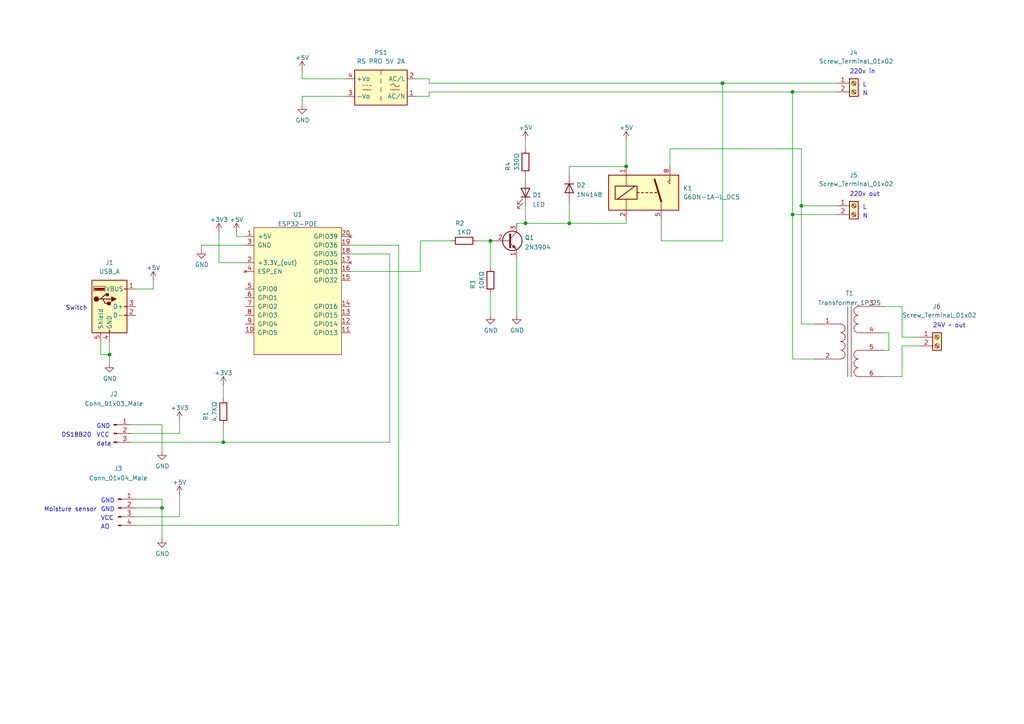
<source format=kicad_sch>
(kicad_sch (version 20211123) (generator eeschema)
  (paper "A4")
  (lib_symbols
    (symbol "Connector:Conn_01x03_Male" (pin_names (offset 1.016) hide)
      (property "Reference" "J" (at 0 5.08 0))
      (property "Value" "Conn_01x03_Male" (at 0 -5.08 0))
      (symbol "Conn_01x03_Male_1_1"
        (polyline (pts (xy 1.27 -2.54) (xy 0.8636 -2.54)) (stroke (width 0.1524)))
        (polyline (pts (xy 1.27 0) (xy 0.8636 0)) (stroke (width 0.1524)))
        (polyline (pts (xy 1.27 2.54) (xy 0.8636 2.54)) (stroke (width 0.1524)))
        (rectangle (start 0.8636 -2.413) (end 0 -2.667) (stroke (width 0.1524)) (fill (type outline)))
        (rectangle (start 0.8636 0.127) (end 0 -0.127) (stroke (width 0.1524)) (fill (type outline)))
        (rectangle (start 0.8636 2.667) (end 0 2.413) (stroke (width 0.1524)) (fill (type outline)))
        (pin passive line (at 5.08 2.54 180) (length 3.81) (name "Pin_1") (number "1"))
        (pin passive line (at 5.08 0 180) (length 3.81) (name "Pin_2") (number "2"))
        (pin passive line (at 5.08 -2.54 180) (length 3.81) (name "Pin_3") (number "3"))
      )
    )
    (symbol "Connector:Conn_01x04_Male" (pin_names (offset 1.016) hide)
      (property "Reference" "J" (at 0 5.08 0))
      (property "Value" "Conn_01x04_Male" (at 0 -7.62 0))
      (symbol "Conn_01x04_Male_1_1"
        (polyline (pts (xy 1.27 -5.08) (xy 0.8636 -5.08)) (stroke (width 0.1524)))
        (polyline (pts (xy 1.27 -2.54) (xy 0.8636 -2.54)) (stroke (width 0.1524)))
        (polyline (pts (xy 1.27 0) (xy 0.8636 0)) (stroke (width 0.1524)))
        (polyline (pts (xy 1.27 2.54) (xy 0.8636 2.54)) (stroke (width 0.1524)))
        (rectangle (start 0.8636 -4.953) (end 0 -5.207) (stroke (width 0.1524)) (fill (type outline)))
        (rectangle (start 0.8636 -2.413) (end 0 -2.667) (stroke (width 0.1524)) (fill (type outline)))
        (rectangle (start 0.8636 0.127) (end 0 -0.127) (stroke (width 0.1524)) (fill (type outline)))
        (rectangle (start 0.8636 2.667) (end 0 2.413) (stroke (width 0.1524)) (fill (type outline)))
        (pin passive line (at 5.08 2.54 180) (length 3.81) (name "Pin_1") (number "1"))
        (pin passive line (at 5.08 0 180) (length 3.81) (name "Pin_2") (number "2"))
        (pin passive line (at 5.08 -2.54 180) (length 3.81) (name "Pin_3") (number "3"))
        (pin passive line (at 5.08 -5.08 180) (length 3.81) (name "Pin_4") (number "4"))
      )
    )
    (symbol "Connector:Screw_Terminal_01x02" (pin_names (offset 1.016) hide)
      (property "Reference" "J" (at 0 2.54 0))
      (property "Value" "Screw_Terminal_01x02" (at 0 -5.08 0))
      (symbol "Screw_Terminal_01x02_1_1"
        (rectangle (start -1.27 1.27) (end 1.27 -3.81) (stroke (width 0.254)) (fill (type background)))
        (circle (center 0 -2.54) (radius 0.635) (stroke (width 0.1524)))
        (polyline (pts (xy -0.5334 -2.2098) (xy 0.3302 -3.048)) (stroke (width 0.1524)))
        (polyline (pts (xy -0.5334 0.3302) (xy 0.3302 -0.508)) (stroke (width 0.1524)))
        (polyline (pts (xy -0.3556 -2.032) (xy 0.508 -2.8702)) (stroke (width 0.1524)))
        (polyline (pts (xy -0.3556 0.508) (xy 0.508 -0.3302)) (stroke (width 0.1524)))
        (circle (center 0 0) (radius 0.635) (stroke (width 0.1524)))
        (pin passive line (at -5.08 0 0) (length 3.81) (name "Pin_1") (number "1"))
        (pin passive line (at -5.08 -2.54 0) (length 3.81) (name "Pin_2") (number "2"))
      )
    )
    (symbol "Connector:USB_A" (pin_names (offset 1.016))
      (property "Reference" "J" (at -5.08 11.43 0))
      (property "Value" "USB_A" (at -5.08 8.89 0))
      (symbol "USB_A_0_1"
        (rectangle (start -5.08 -7.62) (end 5.08 7.62) (stroke (width 0.254)) (fill (type background)))
        (circle (center -3.81 2.159) (radius 0.635) (stroke (width 0.254)) (fill (type outline)))
        (rectangle (start -1.524 4.826) (end -4.318 5.334) (fill (type outline)))
        (rectangle (start -1.27 4.572) (end -4.572 5.842))
        (circle (center -0.635 3.429) (radius 0.381) (stroke (width 0.254)) (fill (type outline)))
        (rectangle (start -0.127 -7.62) (end 0.127 -6.858))
        (polyline (pts (xy -3.175 2.159) (xy -2.54 2.159) (xy -1.27 3.429) (xy -0.635 3.429)) (stroke (width 0.254)))
        (polyline (pts (xy -2.54 2.159) (xy -1.905 2.159) (xy -1.27 0.889) (xy 0 0.889)) (stroke (width 0.254)))
        (polyline (pts (xy 0.635 2.794) (xy 0.635 1.524) (xy 1.905 2.159) (xy 0.635 2.794)) (stroke (width 0.254)) (fill (type outline)))
        (rectangle (start 0.254 1.27) (end -0.508 0.508) (stroke (width 0.254)) (fill (type outline)))
        (rectangle (start 5.08 -2.667) (end 4.318 -2.413))
        (rectangle (start 5.08 -0.127) (end 4.318 0.127))
        (rectangle (start 5.08 4.953) (end 4.318 5.207))
      )
      (symbol "USB_A_1_1"
        (polyline (pts (xy -1.905 2.159) (xy 0.635 2.159)) (stroke (width 0.254)))
        (pin power_in line (at 7.62 5.08 180) (length 2.54) (name "VBUS") (number "1"))
        (pin bidirectional line (at 7.62 -2.54 180) (length 2.54) (name "D-") (number "2"))
        (pin bidirectional line (at 7.62 0 180) (length 2.54) (name "D+") (number "3"))
        (pin power_in line (at 0 -10.16 90) (length 2.54) (name "GND") (number "4"))
        (pin passive line (at -2.54 -10.16 90) (length 2.54) (name "Shield") (number "5"))
      )
    )
    (symbol "Converter_ACDC:IRM-10-5"
      (property "Reference" "PS" (at 0 6.35 0))
      (property "Value" "IRM-10-5" (at 0 -6.35 0))
      (symbol "IRM-10-5_0_1"
        (rectangle (start -7.62 5.08) (end 7.62 -5.08) (stroke (width 0.254)) (fill (type background)))
        (arc (start -5.334 0.635) (mid -4.699 0.2495) (end -4.064 0.635))
        (arc (start -2.794 0.635) (mid -3.429 1.0072) (end -4.064 0.635))
        (polyline (pts (xy -5.334 -0.635) (xy -2.794 -0.635)))
        (polyline (pts (xy 0 -2.54) (xy 0 -3.81)))
        (polyline (pts (xy 0 0) (xy 0 -1.27)))
        (polyline (pts (xy 0 2.54) (xy 0 1.27)))
        (polyline (pts (xy 0 5.08) (xy 0 3.81)))
        (polyline (pts (xy 2.794 -0.635) (xy 5.334 -0.635)))
        (polyline (pts (xy 2.794 0.635) (xy 3.302 0.635)))
        (polyline (pts (xy 3.81 0.635) (xy 4.318 0.635)))
        (polyline (pts (xy 4.826 0.635) (xy 5.334 0.635)))
      )
      (symbol "IRM-10-5_1_1"
        (pin power_in line (at -10.16 -2.54 0) (length 2.54) (name "AC/N") (number "1"))
        (pin power_in line (at -10.16 2.54 0) (length 2.54) (name "AC/L") (number "2"))
        (pin power_out line (at 10.16 -2.54 180) (length 2.54) (name "-Vo") (number "3"))
        (pin power_out line (at 10.16 2.54 180) (length 2.54) (name "+Vo") (number "4"))
      )
    )
    (symbol "Device:LED" (pin_numbers hide) (pin_names (offset 1.016) hide)
      (property "Reference" "D" (at 0 2.54 0))
      (property "Value" "LED" (at 0 -2.54 0))
      (symbol "LED_0_1"
        (polyline (pts (xy -1.27 -1.27) (xy -1.27 1.27)) (stroke (width 0.254)))
        (polyline (pts (xy -1.27 0) (xy 1.27 0)))
        (polyline (pts (xy 1.27 -1.27) (xy 1.27 1.27) (xy -1.27 0) (xy 1.27 -1.27)) (stroke (width 0.254)))
        (polyline (pts (xy -3.048 -0.762) (xy -4.572 -2.286) (xy -3.81 -2.286) (xy -4.572 -2.286) (xy -4.572 -1.524)))
        (polyline (pts (xy -1.778 -0.762) (xy -3.302 -2.286) (xy -2.54 -2.286) (xy -3.302 -2.286) (xy -3.302 -1.524)))
      )
      (symbol "LED_1_1"
        (pin passive line (at -3.81 0 0) (length 2.54) (name "K") (number "1"))
        (pin passive line (at 3.81 0 180) (length 2.54) (name "A") (number "2"))
      )
    )
    (symbol "Device:R" (pin_numbers hide) (pin_names (offset 0))
      (property "Reference" "R" (at 2.032 0 90))
      (property "Value" "R" (at 0 0 90))
      (symbol "R_0_1"
        (rectangle (start -1.016 -2.54) (end 1.016 2.54) (stroke (width 0.254)))
      )
      (symbol "R_1_1"
        (pin passive line (at 0 3.81 270) (length 1.27) (name "~") (number "1"))
        (pin passive line (at 0 -3.81 90) (length 1.27) (name "~") (number "2"))
      )
    )
    (symbol "Device:Transformer_1P_2S" (pin_names (offset 1.016) hide)
      (property "Reference" "T" (at 0 12.7 0))
      (property "Value" "Transformer_1P_2S" (at 0 -12.7 0))
      (symbol "Transformer_1P_2S_0_1"
        (arc (start -2.54 -5.0546) (mid -1.6561 -4.6863) (end -1.27 -3.81))
        (arc (start -2.54 -2.5146) (mid -1.6561 -2.1463) (end -1.27 -1.27))
        (arc (start -2.54 0.0254) (mid -1.6561 0.3937) (end -1.27 1.27))
        (arc (start -2.54 2.5654) (mid -1.6561 2.9337) (end -1.27 3.81))
        (arc (start -1.27 -3.81) (mid -1.642 -2.912) (end -2.54 -2.54))
        (arc (start -1.27 -1.27) (mid -1.642 -0.372) (end -2.54 0))
        (arc (start -1.27 1.27) (mid -1.642 2.168) (end -2.54 2.54))
        (arc (start -1.27 3.81) (mid -1.642 4.708) (end -2.54 5.08))
        (polyline (pts (xy -0.508 -10.16) (xy -0.508 10.16)))
        (polyline (pts (xy 0.508 10.16) (xy 0.508 -10.16)))
        (arc (start 1.2954 -8.89) (mid 1.6599 -9.7701) (end 2.54 -10.1346))
        (arc (start 1.2954 -6.35) (mid 1.6599 -7.2301) (end 2.54 -7.5946))
        (arc (start 1.2954 -3.81) (mid 1.6599 -4.6901) (end 2.54 -5.0546))
        (arc (start 1.2954 3.81) (mid 1.6599 2.9299) (end 2.54 2.5654))
        (arc (start 1.2954 6.35) (mid 1.6599 5.4699) (end 2.54 5.1054))
        (arc (start 1.2954 8.89) (mid 1.6599 8.0099) (end 2.54 7.6454))
        (arc (start 2.54 -7.62) (mid 1.6456 -7.9883) (end 1.2954 -8.89))
        (arc (start 2.54 -5.08) (mid 1.6456 -5.4483) (end 1.2954 -6.35))
        (arc (start 2.54 -2.54) (mid 1.6456 -2.9083) (end 1.2954 -3.81))
        (arc (start 2.54 5.08) (mid 1.6456 4.7117) (end 1.2954 3.81))
        (arc (start 2.54 7.62) (mid 1.6456 7.2517) (end 1.2954 6.35))
        (arc (start 2.54 10.16) (mid 1.6456 9.7917) (end 1.2954 8.89))
      )
      (symbol "Transformer_1P_2S_1_1"
        (pin passive line (at -10.16 5.08 0) (length 7.62) (name "AA") (number "1"))
        (pin passive line (at -10.16 -5.08 0) (length 7.62) (name "AB") (number "2"))
        (pin passive line (at 10.16 10.16 180) (length 7.62) (name "SA") (number "3"))
        (pin passive line (at 10.16 2.54 180) (length 7.62) (name "SB") (number "4"))
        (pin passive line (at 10.16 -2.54 180) (length 7.62) (name "SC") (number "5"))
        (pin passive line (at 10.16 -10.16 180) (length 7.62) (name "SD") (number "6"))
      )
    )
    (symbol "Diode:1N4148" (pin_numbers hide) (pin_names (offset 1.016) hide)
      (property "Reference" "D" (at 0 2.54 0))
      (property "Value" "1N4148" (at 0 -2.54 0))
      (symbol "1N4148_0_1"
        (polyline (pts (xy -1.27 1.27) (xy -1.27 -1.27)) (stroke (width 0.254)))
        (polyline (pts (xy 1.27 0) (xy -1.27 0)))
        (polyline (pts (xy 1.27 1.27) (xy 1.27 -1.27) (xy -1.27 0) (xy 1.27 1.27)) (stroke (width 0.254)))
      )
      (symbol "1N4148_1_1"
        (pin passive line (at -3.81 0 0) (length 2.54) (name "K") (number "1"))
        (pin passive line (at 3.81 0 180) (length 2.54) (name "A") (number "2"))
      )
    )
    (symbol "Transistor_BJT:2N3904" (pin_names (offset 0) hide)
      (property "Reference" "Q" (at 5.08 1.905 0))
      (property "Value" "2N3904" (at 5.08 0 0))
      (symbol "2N3904_0_1"
        (polyline (pts (xy 0.635 0.635) (xy 2.54 2.54)))
        (polyline (pts (xy 0.635 -0.635) (xy 2.54 -2.54) (xy 2.54 -2.54)))
        (polyline (pts (xy 0.635 1.905) (xy 0.635 -1.905) (xy 0.635 -1.905)) (stroke (width 0.508)))
        (polyline (pts (xy 1.27 -1.778) (xy 1.778 -1.27) (xy 2.286 -2.286) (xy 1.27 -1.778) (xy 1.27 -1.778)) (fill (type outline)))
        (circle (center 1.27 0) (radius 2.8194) (stroke (width 0.254)))
      )
      (symbol "2N3904_1_1"
        (pin passive line (at 2.54 -5.08 90) (length 2.54) (name "E") (number "1"))
        (pin passive line (at -5.08 0 0) (length 5.715) (name "B") (number "2"))
        (pin passive line (at 2.54 5.08 270) (length 2.54) (name "C") (number "3"))
      )
    )
    (symbol "mylife-symbols:ESP32-POE-ISO" (pin_names (offset 1.016))
      (property "Reference" "U" (at 0 21.59 0))
      (property "Value" "ESP32-POE-ISO" (at 0 19.05 0))
      (symbol "ESP32-POE-ISO_0_1"
        (rectangle (start -12.7 17.78) (end 12.7 -19.05) (fill (type background)))
      )
      (symbol "ESP32-POE-ISO_1_1"
        (pin power_in line (at -15.24 15.24 0) (length 2.54) (name "+5V") (number "1"))
        (pin bidirectional line (at -15.24 -12.7 0) (length 2.54) (name "GPIO5") (number "10"))
        (pin bidirectional line (at 15.24 -12.7 180) (length 2.54) (name "GPIO13") (number "11"))
        (pin bidirectional line (at 15.24 -10.16 180) (length 2.54) (name "GPIO14") (number "12"))
        (pin bidirectional line (at 15.24 -7.62 180) (length 2.54) (name "GPIO15") (number "13"))
        (pin bidirectional line (at 15.24 -5.08 180) (length 2.54) (name "GPIO16") (number "14"))
        (pin bidirectional line (at 15.24 2.54 180) (length 2.54) (name "GPIO32") (number "15"))
        (pin bidirectional line (at 15.24 5.08 180) (length 2.54) (name "GPIO33") (number "16"))
        (pin no_connect line (at 15.24 7.62 180) (length 2.54) (name "GPIO34") (number "17"))
        (pin bidirectional line (at 15.24 10.16 180) (length 2.54) (name "GPIO35") (number "18"))
        (pin bidirectional line (at 15.24 12.7 180) (length 2.54) (name "GPIO36") (number "19"))
        (pin power_out line (at -15.24 7.62 0) (length 2.54) (name "+3.3V_(out)") (number "2"))
        (pin no_connect line (at 15.24 15.24 180) (length 2.54) (name "GPIO39") (number "20"))
        (pin power_in line (at -15.24 12.7 0) (length 2.54) (name "GND") (number "3"))
        (pin no_connect line (at -15.24 5.08 0) (length 2.54) (name "ESP_EN") (number "4"))
        (pin bidirectional line (at -15.24 0 0) (length 2.54) (name "GPIO0") (number "5"))
        (pin bidirectional line (at -15.24 -2.54 0) (length 2.54) (name "GPIO1") (number "6"))
        (pin bidirectional line (at -15.24 -5.08 0) (length 2.54) (name "GPIO2") (number "7"))
        (pin bidirectional line (at -15.24 -7.62 0) (length 2.54) (name "GPIO3") (number "8"))
        (pin bidirectional line (at -15.24 -10.16 0) (length 2.54) (name "GPIO4") (number "9"))
      )
    )
    (symbol "mylife-symbols:G6DN-1A-L_DC5"
      (property "Reference" "K" (at 11.43 3.81 0))
      (property "Value" "G6DN-1A-L_DC5" (at 11.43 1.27 0))
      (symbol "G6DN-1A-L_DC5_0_0"
        (polyline (pts (xy 7.62 5.08) (xy 7.62 2.54) (xy 6.985 3.175) (xy 7.62 3.81)))
      )
      (symbol "G6DN-1A-L_DC5_0_1"
        (rectangle (start -10.16 5.08) (end 10.16 -5.08) (stroke (width 0.254)) (fill (type background)))
        (rectangle (start -8.255 1.905) (end -1.905 -1.905) (stroke (width 0.254)))
        (polyline (pts (xy -7.62 -1.905) (xy -2.54 1.905)) (stroke (width 0.254)))
        (polyline (pts (xy -5.08 -5.08) (xy -5.08 -1.905)))
        (polyline (pts (xy -5.08 5.08) (xy -5.08 1.905)))
        (polyline (pts (xy -1.905 0) (xy -1.27 0)) (stroke (width 0.254)))
        (polyline (pts (xy -0.635 0) (xy 0 0)) (stroke (width 0.254)))
        (polyline (pts (xy 0.635 0) (xy 1.27 0)) (stroke (width 0.254)))
        (polyline (pts (xy 1.905 0) (xy 2.54 0)) (stroke (width 0.254)))
        (polyline (pts (xy 3.175 0) (xy 3.81 0)) (stroke (width 0.254)))
        (polyline (pts (xy 5.08 -2.54) (xy 3.175 3.81)) (stroke (width 0.508)))
        (polyline (pts (xy 5.08 -2.54) (xy 5.08 -5.08)))
      )
      (symbol "G6DN-1A-L_DC5_1_1"
        (pin passive line (at -5.08 7.62 270) (length 2.54) (name "~") (number "1"))
        (pin passive line (at -5.08 -7.62 90) (length 2.54) (name "~") (number "2"))
        (pin passive line (at 5.08 -7.62 90) (length 2.54) (name "~") (number "5"))
        (pin passive line (at 7.62 7.62 270) (length 2.54) (name "~") (number "8"))
      )
    )
    (symbol "power:+3.3V" (power) (pin_names (offset 0))
      (property "Value" "+3.3V" (at 0 3.556 0))
      (symbol "+3.3V_0_1"
        (polyline (pts (xy -0.762 1.27) (xy 0 2.54)))
        (polyline (pts (xy 0 0) (xy 0 2.54)))
        (polyline (pts (xy 0 2.54) (xy 0.762 1.27)))
      )
      (symbol "+3.3V_1_1"
        (pin power_in line (at 0 0 90) (length 0) hide (name "+3V3") (number "1"))
      )
    )
    (symbol "power:+5V" (power) (pin_names (offset 0))
      (property "Value" "+5V" (at 0 3.556 0))
      (symbol "+5V_0_1"
        (polyline (pts (xy -0.762 1.27) (xy 0 2.54)))
        (polyline (pts (xy 0 0) (xy 0 2.54)))
        (polyline (pts (xy 0 2.54) (xy 0.762 1.27)))
      )
      (symbol "+5V_1_1"
        (pin power_in line (at 0 0 90) (length 0) hide (name "+5V") (number "1"))
      )
    )
    (symbol "power:GND" (power) (pin_names (offset 0))
      (property "Value" "GND" (at 0 -3.81 0))
      (symbol "GND_0_1"
        (polyline (pts (xy 0 0) (xy 0 -1.27) (xy 1.27 -1.27) (xy 0 -2.54) (xy -1.27 -1.27) (xy 0 -1.27)))
      )
      (symbol "GND_1_1"
        (pin power_in line (at 0 0 270) (length 0) hide (name "GND") (number "1"))
      )
    )
  )
  (junction (at 64.77 128.27))
  (junction (at 46.99 147.32))
  (junction (at 209.55 24.13))
  (junction (at 181.61 48.26))
  (junction (at 152.4 64.77))
  (junction (at 229.87 26.67))
  (junction (at 232.41 59.69))
  (junction (at 229.87 62.23))
  (junction (at 142.24 69.85))
  (junction (at 165.1 64.77))
  (junction (at 31.75 102.87))
  (wire (pts (xy 236.22 93.98) (xy 232.41 93.98)))
  (wire (pts (xy 242.57 24.13) (xy 209.55 24.13)))
  (wire (pts (xy 64.77 123.19) (xy 64.77 128.27)))
  (wire (pts (xy 38.1 125.73) (xy 52.07 125.73)))
  (wire (pts (xy 142.24 85.09) (xy 142.24 91.44)))
  (wire (pts (xy 229.87 62.23) (xy 229.87 26.67)))
  (wire (pts (xy 113.03 128.27) (xy 64.77 128.27)))
  (wire (pts (xy 229.87 26.67) (xy 242.57 26.67)))
  (wire (pts (xy 39.37 83.82) (xy 44.45 83.82)))
  (wire (pts (xy 39.37 149.86) (xy 52.07 149.86)))
  (wire (pts (xy 194.31 43.18) (xy 194.31 48.26)))
  (wire (pts (xy 31.75 99.06) (xy 31.75 102.87)))
  (wire (pts (xy 124.46 27.94) (xy 124.46 26.67)))
  (wire (pts (xy 63.5 76.2) (xy 71.12 76.2)))
  (wire (pts (xy 58.42 71.12) (xy 58.42 72.39)))
  (wire (pts (xy 87.63 27.94) (xy 87.63 30.48)))
  (wire (pts (xy 236.22 104.14) (xy 229.87 104.14)))
  (wire (pts (xy 39.37 152.4) (xy 115.57 152.4)))
  (wire (pts (xy 194.31 43.18) (xy 232.41 43.18)))
  (wire (pts (xy 191.77 69.85) (xy 191.77 63.5)))
  (wire (pts (xy 64.77 111.76) (xy 64.77 115.57)))
  (wire (pts (xy 152.4 64.77) (xy 149.86 64.77)))
  (wire (pts (xy 149.86 74.93) (xy 149.86 91.44)))
  (wire (pts (xy 46.99 123.19) (xy 46.99 130.81)))
  (wire (pts (xy 257.81 96.52) (xy 257.81 101.6)))
  (wire (pts (xy 31.75 102.87) (xy 31.75 105.41)))
  (wire (pts (xy 152.4 50.8) (xy 152.4 52.07)))
  (wire (pts (xy 52.07 143.51) (xy 52.07 149.86)))
  (wire (pts (xy 181.61 40.64) (xy 181.61 48.26)))
  (wire (pts (xy 165.1 58.42) (xy 165.1 64.77)))
  (wire (pts (xy 44.45 83.82) (xy 44.45 81.28)))
  (wire (pts (xy 165.1 48.26) (xy 181.61 48.26)))
  (wire (pts (xy 120.65 22.86) (xy 124.46 22.86)))
  (wire (pts (xy 256.54 109.22) (xy 261.62 109.22)))
  (wire (pts (xy 261.62 109.22) (xy 261.62 100.33)))
  (wire (pts (xy 115.57 152.4) (xy 115.57 71.12)))
  (wire (pts (xy 71.12 71.12) (xy 58.42 71.12)))
  (wire (pts (xy 257.81 101.6) (xy 256.54 101.6)))
  (wire (pts (xy 261.62 100.33) (xy 266.7 100.33)))
  (wire (pts (xy 38.1 123.19) (xy 46.99 123.19)))
  (wire (pts (xy 165.1 64.77) (xy 152.4 64.77)))
  (wire (pts (xy 64.77 128.27) (xy 38.1 128.27)))
  (wire (pts (xy 120.65 27.94) (xy 124.46 27.94)))
  (wire (pts (xy 101.6 73.66) (xy 113.03 73.66)))
  (wire (pts (xy 130.81 69.85) (xy 121.92 69.85)))
  (wire (pts (xy 232.41 93.98) (xy 232.41 59.69)))
  (wire (pts (xy 121.92 69.85) (xy 121.92 78.74)))
  (wire (pts (xy 39.37 147.32) (xy 46.99 147.32)))
  (wire (pts (xy 68.58 68.58) (xy 68.58 67.31)))
  (wire (pts (xy 209.55 24.13) (xy 209.55 69.85)))
  (wire (pts (xy 232.41 43.18) (xy 232.41 59.69)))
  (wire (pts (xy 261.62 97.79) (xy 266.7 97.79)))
  (wire (pts (xy 100.33 22.86) (xy 87.63 22.86)))
  (wire (pts (xy 63.5 67.31) (xy 63.5 76.2)))
  (wire (pts (xy 29.21 99.06) (xy 29.21 102.87)))
  (wire (pts (xy 181.61 63.5) (xy 181.61 64.77)))
  (wire (pts (xy 256.54 88.9) (xy 261.62 88.9)))
  (wire (pts (xy 256.54 96.52) (xy 257.81 96.52)))
  (wire (pts (xy 124.46 22.86) (xy 124.46 24.13)))
  (wire (pts (xy 39.37 144.78) (xy 46.99 144.78)))
  (wire (pts (xy 261.62 88.9) (xy 261.62 97.79)))
  (wire (pts (xy 232.41 59.69) (xy 242.57 59.69)))
  (wire (pts (xy 165.1 64.77) (xy 181.61 64.77)))
  (wire (pts (xy 115.57 71.12) (xy 101.6 71.12)))
  (wire (pts (xy 138.43 69.85) (xy 142.24 69.85)))
  (wire (pts (xy 113.03 73.66) (xy 113.03 128.27)))
  (wire (pts (xy 46.99 144.78) (xy 46.99 147.32)))
  (wire (pts (xy 124.46 26.67) (xy 229.87 26.67)))
  (wire (pts (xy 229.87 104.14) (xy 229.87 62.23)))
  (wire (pts (xy 165.1 50.8) (xy 165.1 48.26)))
  (wire (pts (xy 71.12 68.58) (xy 68.58 68.58)))
  (wire (pts (xy 52.07 121.92) (xy 52.07 125.73)))
  (wire (pts (xy 101.6 78.74) (xy 121.92 78.74)))
  (wire (pts (xy 152.4 59.69) (xy 152.4 64.77)))
  (wire (pts (xy 191.77 69.85) (xy 209.55 69.85)))
  (wire (pts (xy 142.24 69.85) (xy 142.24 77.47)))
  (wire (pts (xy 124.46 24.13) (xy 209.55 24.13)))
  (wire (pts (xy 152.4 40.64) (xy 152.4 43.18)))
  (wire (pts (xy 46.99 147.32) (xy 46.99 156.21)))
  (wire (pts (xy 87.63 22.86) (xy 87.63 20.32)))
  (wire (pts (xy 29.21 102.87) (xy 31.75 102.87)))
  (wire (pts (xy 242.57 62.23) (xy 229.87 62.23)))
  (wire (pts (xy 100.33 27.94) (xy 87.63 27.94)))
  (text "Moisture sensor" (at 12.7 148.59 0) (effects (font (size 1.27 1.27)) (justify left bottom)))
  (text "N" (at 250.19 63.5 0) (effects (font (size 1.27 1.27)) (justify left bottom)))
  (text "DS18B20" (at 17.78 127 0) (effects (font (size 1.27 1.27)) (justify left bottom)))
  (text "L" (at 250.19 25.4 0) (effects (font (size 1.27 1.27)) (justify left bottom)))
  (text "220v out" (at 246.38 57.15 0) (effects (font (size 1.27 1.27)) (justify left bottom)))
  (text "data" (at 27.94 129.54 0) (effects (font (size 1.27 1.27)) (justify left bottom)))
  (text "VCC" (at 29.21 151.13 0) (effects (font (size 1.27 1.27)) (justify left bottom)))
  (text "Switch" (at 19.05 90.17 0) (effects (font (size 1.27 1.27)) (justify left bottom)))
  (text "GND" (at 29.21 148.59 0) (effects (font (size 1.27 1.27)) (justify left bottom)))
  (text "220v in" (at 246.38 21.59 0) (effects (font (size 1.27 1.27)) (justify left bottom)))
  (text "24V ~ out" (at 270.51 95.25 0) (effects (font (size 1.27 1.27)) (justify left bottom)))
  (text "N" (at 250.19 27.94 0) (effects (font (size 1.27 1.27)) (justify left bottom)))
  (text "VCC" (at 27.94 127 0) (effects (font (size 1.27 1.27)) (justify left bottom)))
  (text "GND" (at 29.21 146.05 0) (effects (font (size 1.27 1.27)) (justify left bottom)))
  (text "AO" (at 29.21 153.67 0) (effects (font (size 1.27 1.27)) (justify left bottom)))
  (text "GND" (at 27.94 124.46 0) (effects (font (size 1.27 1.27)) (justify left bottom)))
  (text "L" (at 250.19 60.96 0) (effects (font (size 1.27 1.27)) (justify left bottom)))
  (symbol (lib_id "Connector:USB_A") (at 31.75 88.9 0) (unit 1)
    (property "Reference" "J1" (at 31.75 76.2 0))
    (property "Value" "USB_A" (at 31.75 78.74 0))
    (property "Footprint" "Connector_USB:USB_A_Molex_67643_Horizontal" (effects hide))
    (property "Datasheet" "https://docs.rs-online.com/2587/0900766b813c3dce.pdf" (effects hide))
  )
  (symbol (lib_id "Device:R") (at 142.24 81.28 0) (unit 1)
    (property "Reference" "R3" (at 137.16 82.55 90))
    (property "Value" "10KΩ" (at 139.7 81.28 90))
    (property "Footprint" "Resistor_SMD:R_0402_1005Metric" (effects hide))
    (property "Datasheet" "https://datasheet.lcsc.com/lcsc/2206010100_UNI-ROYAL-Uniroyal-Elec-0402WGF1002TCE_C25744.pdf" (effects hide))
    (property "LCSC" "C25744" (effects hide))
  )
  (symbol (lib_id "Connector:Conn_01x04_Male") (at 34.29 147.32 0) (unit 1)
    (property "Reference" "J3" (at 34.29 135.89 0))
    (property "Value" "Conn_01x04_Male" (at 34.29 138.6651 0))
    (property "Footprint" "Connector_PinHeader_2.54mm:PinHeader_1x04_P2.54mm_Vertical" (effects hide))
  )
  (symbol (lib_id "Converter_ACDC:IRM-10-5") (at 110.49 25.4 0) (mirror y) (unit 1)
    (property "Reference" "PS1" (at 110.49 15.24 0))
    (property "Value" "RS PRO 5V 2A" (at 110.49 17.78 0))
    (property "Footprint" "Converter_ACDC:Converter_ACDC_Recom_RAC20-xxSK_THT" (effects hide))
    (property "Datasheet" "https://www.meanwell.com/Upload/PDF/IRM-10/IRM-10-SPEC.PDF" (effects hide))
  )
  (symbol (lib_id "power:+5V") (at 44.45 81.28 0) (unit 1)
    (property "Reference" "#PWR02" (effects hide))
    (property "Value" "+5V" (at 44.45 77.6755 0))
  )
  (symbol (lib_id "Transistor_BJT:2N3904") (at 147.32 69.85 0) (unit 1)
    (property "Reference" "Q1" (at 152.1714 68.9415 0) (effects (justify left)))
    (property "Value" "2N3904" (at 152.1714 71.7166 0) (effects (justify left)))
    (property "Footprint" "Package_TO_SOT_SMD:SOT-23" (effects hide))
    (property "Datasheet" "https://datasheet.lcsc.com/lcsc/1806151220_KEC-Semicon-2N3904S-RTK-PS_C18536.pdf" (effects hide))
    (property "LCSC" "C18536" (effects hide))
  )
  (symbol (lib_id "power:GND") (at 46.99 156.21 0) (unit 1)
    (property "Reference" "#PWR04" (effects hide))
    (property "Value" "GND" (at 47.117 160.6042 0))
  )
  (symbol (lib_id "power:+3.3V") (at 63.5 67.31 0) (unit 1)
    (property "Reference" "#PWR08" (effects hide))
    (property "Value" "+3.3V" (at 63.5 63.7055 0))
  )
  (symbol (lib_id "Device:LED") (at 152.4 55.88 270) (mirror x) (unit 1)
    (property "Reference" "D1" (at 154.432 56.559 90) (effects (justify left)))
    (property "Value" "LED" (at 154.432 59.3341 90) (effects (justify left)))
    (property "Footprint" "Diode_SMD:D_0805_2012Metric" (effects hide))
    (property "Datasheet" "https://datasheet.lcsc.com/lcsc/1806151820_Hubei-KENTO-Elec-C2297_C2297.pdf" (effects hide))
    (property "LCSC" "C2297" (effects hide))
  )
  (symbol (lib_id "power:+5V") (at 181.61 40.64 0) (unit 1)
    (property "Reference" "#PWR016" (effects hide))
    (property "Value" "+5V" (at 181.61 37.0355 0))
  )
  (symbol (lib_id "power:GND") (at 31.75 105.41 0) (unit 1)
    (property "Reference" "#PWR01" (effects hide))
    (property "Value" "GND" (at 31.877 109.8042 0))
  )
  (symbol (lib_id "power:GND") (at 58.42 72.39 0) (unit 1)
    (property "Reference" "#PWR07" (effects hide))
    (property "Value" "GND" (at 58.547 76.7842 0))
  )
  (symbol (lib_id "Device:R") (at 134.62 69.85 270) (unit 1)
    (property "Reference" "R2" (at 133.35 64.77 90))
    (property "Value" "1KΩ" (at 134.62 67.31 90))
    (property "Footprint" "Resistor_SMD:R_0402_1005Metric" (effects hide))
    (property "Datasheet" "https://datasheet.lcsc.com/lcsc/2206010216_UNI-ROYAL-Uniroyal-Elec-0402WGF1001TCE_C11702.pdf" (effects hide))
    (property "LCSC" "C11702" (effects hide))
  )
  (symbol (lib_id "mylife-symbols:ESP32-POE-ISO") (at 86.36 83.82 0) (unit 1)
    (property "Reference" "U1" (at 86.36 62.2005 0))
    (property "Value" "ESP32-POE" (at 86.36 64.9756 0))
    (property "Footprint" "mylife-footprints:ESP32-POE" (effects hide))
    (property "Datasheet" "https://www.olimex.com/Products/IoT/ESP32/ESP32-POE/open-source-hardware" (effects hide))
  )
  (symbol (lib_id "power:GND") (at 87.63 30.48 0) (unit 1)
    (property "Reference" "#PWR012" (effects hide))
    (property "Value" "GND" (at 87.757 34.8742 0))
  )
  (symbol (lib_id "power:+5V") (at 152.4 40.64 0) (unit 1)
    (property "Reference" "#PWR015" (effects hide))
    (property "Value" "+5V" (at 152.4 37.0355 0))
  )
  (symbol (lib_id "Connector:Conn_01x03_Male") (at 33.02 125.73 0) (unit 1)
    (property "Reference" "J2" (at 33.02 114.3 0))
    (property "Value" "Conn_01x03_Male" (at 33.02 117.0751 0))
    (property "Footprint" "Connector_PinHeader_2.54mm:PinHeader_1x03_P2.54mm_Vertical" (effects hide))
  )
  (symbol (lib_id "power:GND") (at 46.99 130.81 0) (unit 1)
    (property "Reference" "#PWR03" (effects hide))
    (property "Value" "GND" (at 47.117 135.2042 0))
  )
  (symbol (lib_id "Device:Transformer_1P_2S") (at 246.38 99.06 0) (unit 1)
    (property "Reference" "T1" (at 246.38 85.0603 0))
    (property "Value" "Transformer_1P_2S" (at 246.38 87.8354 0))
    (property "Footprint" "rs-online:VCM36212" (effects hide))
    (property "Datasheet" "https://docs.rs-online.com/037c/0900766b8002d93c.pdf" (effects hide))
  )
  (symbol (lib_id "power:+3.3V") (at 52.07 121.92 0) (unit 1)
    (property "Reference" "#PWR05" (effects hide))
    (property "Value" "+3.3V" (at 52.07 118.3155 0))
  )
  (symbol (lib_id "power:+3.3V") (at 64.77 111.76 0) (unit 1)
    (property "Reference" "#PWR09" (effects hide))
    (property "Value" "+3.3V" (at 64.77 108.1555 0))
  )
  (symbol (lib_id "mylife-symbols:G6DN-1A-L_DC5") (at 186.69 55.88 0) (unit 1)
    (property "Reference" "K1" (at 198.12 54.6099 0) (effects (justify left)))
    (property "Value" "G6DN-1A-L_DC5" (at 198.12 57.1499 0) (effects (justify left)))
    (property "Footprint" "rs-online:G6DN-1A-L" (effects hide))
    (property "Datasheet" "https://www.omron.com/ecb/products/pdf/en-g6e.pdf" (effects hide))
  )
  (symbol (lib_id "power:+5V") (at 52.07 143.51 0) (unit 1)
    (property "Reference" "#PWR06" (effects hide))
    (property "Value" "+5V" (at 52.07 139.9055 0))
  )
  (symbol (lib_id "power:+5V") (at 87.63 20.32 0) (unit 1)
    (property "Reference" "#PWR011" (effects hide))
    (property "Value" "+5V" (at 87.63 16.7155 0))
  )
  (symbol (lib_id "Connector:Screw_Terminal_01x02") (at 271.78 97.79 0) (unit 1)
    (property "Reference" "J6" (at 270.51 88.9 0) (effects (justify left)))
    (property "Value" "Screw_Terminal_01x02" (at 261.62 91.44 0) (effects (justify left)))
    (property "Footprint" "TerminalBlock:TerminalBlock_bornier-2_P5.08mm" (effects hide))
  )
  (symbol (lib_id "Connector:Screw_Terminal_01x02") (at 247.65 24.13 0) (unit 1)
    (property "Reference" "J4" (at 246.38 15.24 0) (effects (justify left)))
    (property "Value" "Screw_Terminal_01x02" (at 237.49 17.78 0) (effects (justify left)))
    (property "Footprint" "TerminalBlock:TerminalBlock_bornier-2_P5.08mm" (effects hide))
  )
  (symbol (lib_id "Device:R") (at 152.4 46.99 0) (unit 1)
    (property "Reference" "R4" (at 147.32 48.26 90))
    (property "Value" "330Ω" (at 149.86 46.99 90))
    (property "Footprint" "Resistor_SMD:R_0402_1005Metric" (effects hide))
    (property "Datasheet" "https://datasheet.lcsc.com/lcsc/2205311900_UNI-ROYAL-Uniroyal-Elec-0402WGF3300TCE_C25104.pdf" (effects hide))
    (property "LCSC" "C25104" (effects hide))
  )
  (symbol (lib_id "power:GND") (at 149.86 91.44 0) (unit 1)
    (property "Reference" "#PWR014" (effects hide))
    (property "Value" "GND" (at 149.987 95.8342 0))
  )
  (symbol (lib_id "power:GND") (at 142.24 91.44 0) (unit 1)
    (property "Reference" "#PWR013" (effects hide))
    (property "Value" "GND" (at 142.367 95.8342 0))
  )
  (symbol (lib_id "power:+5V") (at 68.58 67.31 0) (unit 1)
    (property "Reference" "#PWR010" (effects hide))
    (property "Value" "+5V" (at 68.58 63.7055 0))
  )
  (symbol (lib_id "Device:R") (at 64.77 119.38 0) (unit 1)
    (property "Reference" "R1" (at 59.69 120.65 90))
    (property "Value" "4.7KΩ" (at 62.23 119.38 90))
    (property "Footprint" "Resistor_SMD:R_0402_1005Metric" (effects hide))
    (property "Datasheet" "https://datasheet.lcsc.com/lcsc/2206010045_UNI-ROYAL-Uniroyal-Elec-0402WGF4701TCE_C25900.pdf" (effects hide))
    (property "LCSC" "C25900" (effects hide))
  )
  (symbol (lib_id "Connector:Screw_Terminal_01x02") (at 247.65 59.69 0) (unit 1)
    (property "Reference" "J5" (at 246.38 50.8 0) (effects (justify left)))
    (property "Value" "Screw_Terminal_01x02" (at 237.49 53.34 0) (effects (justify left)))
    (property "Footprint" "TerminalBlock:TerminalBlock_bornier-2_P5.08mm" (effects hide))
  )
  (symbol (lib_id "Diode:1N4148") (at 165.1 54.61 270) (unit 1)
    (property "Reference" "D2" (at 167.132 53.7015 90) (effects (justify left)))
    (property "Value" "1N4148" (at 167.132 56.4766 90) (effects (justify left)))
    (property "Footprint" "Diode_SMD:D_SOD-123" (effects hide))
    (property "Datasheet" "https://datasheet.lcsc.com/lcsc/1811061725_ST-Semtech-1N4148W_C81598.pdf" (effects hide))
    (property "LCSC" "C81598" (effects hide))
  )
)
</source>
